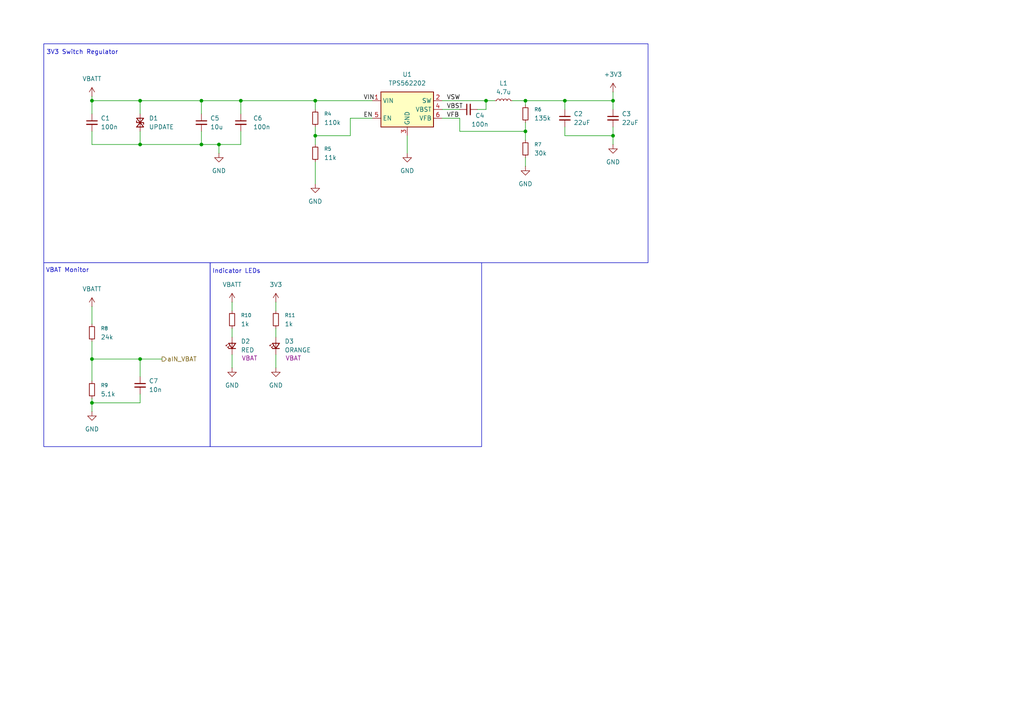
<source format=kicad_sch>
(kicad_sch (version 20250114) (generator "eeschema") (generator_version "9.0")
  (paper "A4")
  (lib_symbols
    (symbol "Device:C_Small" (pin_numbers (hide yes)) (pin_names (offset 0.254) (hide yes))
      (property "Reference" "C" (at 0.254 1.778 0))
      (property "Value" "C_Small" (at 0.254 -2.032 0))
      (symbol "C_Small_0_1"
        (polyline (pts (xy -1.524 0.508) (xy 1.524 0.508)) (stroke (width 0.3048)))
        (polyline (pts (xy -1.524 -0.508) (xy 1.524 -0.508)) (stroke (width 0.3302)))
      )
      (symbol "C_Small_1_1"
        (pin passive line (at 0 2.54 270) (length 2.032) (name "~") (number "1"))
        (pin passive line (at 0 -2.54 90) (length 2.032) (name "~") (number "2"))
      )
    )
    (symbol "Device:D_TVS_Small" (pin_numbers (hide yes)) (pin_names (offset 1.016) (hide yes))
      (property "Reference" "D" (at 0 2.54 0))
      (property "Value" "D_TVS_Small" (at 0 -2.54 0))
      (symbol "D_TVS_Small_0_1"
        (polyline (pts (xy -1.27 1.016) (xy -1.27 -1.016) (xy 1.27 1.016) (xy 1.27 -1.016) (xy -1.27 1.016)) (stroke (width 0.254)))
        (polyline (pts (xy -1.27 0) (xy 1.27 0)))
        (polyline (pts (xy 0.508 1.016) (xy 0 1.016) (xy 0 -1.016) (xy -0.508 -1.016)) (stroke (width 0.254)))
      )
      (symbol "D_TVS_Small_1_1"
        (pin passive line (at -2.54 0 0) (length 1.27) (name "A1") (number "1"))
        (pin passive line (at 2.54 0 180) (length 1.27) (name "A2") (number "2"))
      )
    )
    (symbol "Device:LED_Small" (pin_numbers (hide yes)) (pin_names (offset 0.254) (hide yes))
      (property "Reference" "D" (at -1.27 3.175 0))
      (property "Value" "LED_Small" (at -4.445 -2.54 0))
      (symbol "LED_Small_0_1"
        (polyline (pts (xy -0.762 -1.016) (xy -0.762 1.016)) (stroke (width 0.254)))
        (polyline (pts (xy 0 0.762) (xy -0.508 1.27) (xy -0.254 1.27) (xy -0.508 1.27) (xy -0.508 1.016)))
        (polyline (pts (xy 0.508 1.27) (xy 0 1.778) (xy 0.254 1.778) (xy 0 1.778) (xy 0 1.524)))
        (polyline (pts (xy 0.762 -1.016) (xy -0.762 0) (xy 0.762 1.016) (xy 0.762 -1.016)) (stroke (width 0.254)))
        (polyline (pts (xy 1.016 0) (xy -0.762 0)))
      )
      (symbol "LED_Small_1_1"
        (pin passive line (at -2.54 0 0) (length 1.778) (name "K") (number "1"))
        (pin passive line (at 2.54 0 180) (length 1.778) (name "A") (number "2"))
      )
    )
    (symbol "Device:L_Small" (pin_numbers (hide yes)) (pin_names (offset 0.254) (hide yes))
      (property "Reference" "L" (at 0.762 1.016 0))
      (property "Value" "L_Small" (at 0.762 -1.016 0))
      (symbol "L_Small_0_1"
        (arc (start 0 2.032) (mid 0.5058 1.524) (end 0 1.016))
        (arc (start 0 1.016) (mid 0.5058 0.508) (end 0 0))
        (arc (start 0 0) (mid 0.5058 -0.508) (end 0 -1.016))
        (arc (start 0 -1.016) (mid 0.5058 -1.524) (end 0 -2.032))
      )
      (symbol "L_Small_1_1"
        (pin passive line (at 0 2.54 270) (length 0.508) (name "~") (number "1"))
        (pin passive line (at 0 -2.54 90) (length 0.508) (name "~") (number "2"))
      )
    )
    (symbol "Device:R_Small" (pin_numbers (hide yes)) (pin_names (offset 0.254) (hide yes))
      (property "Reference" "R" (at 0 0 90))
      (property "Value" "R_Small" (at 1.778 0 90))
      (symbol "R_Small_0_1"
        (rectangle (start -0.762 1.778) (end 0.762 -1.778) (stroke (width 0.2032)))
      )
      (symbol "R_Small_1_1"
        (pin passive line (at 0 2.54 270) (length 0.762) (name "~") (number "1"))
        (pin passive line (at 0 -2.54 90) (length 0.762) (name "~") (number "2"))
      )
    )
    (symbol "Regulator_Switching:TPS562202"
      (property "Reference" "U" (at -7.62 6.35 0))
      (property "Value" "TPS562202" (at -2.54 6.35 0))
      (symbol "TPS562202_0_1"
        (rectangle (start -7.62 5.08) (end 7.62 -5.08) (stroke (width 0.254)) (fill (type background)))
      )
      (symbol "TPS562202_1_1"
        (pin power_in line (at -10.16 2.54 0) (length 2.54) (name "VIN") (number "1"))
        (pin input line (at -10.16 -2.54 0) (length 2.54) (name "EN") (number "5"))
        (pin power_in line (at 0 -7.62 90) (length 2.54) (name "GND") (number "3"))
        (pin output line (at 10.16 2.54 180) (length 2.54) (name "SW") (number "2"))
        (pin passive line (at 10.16 0 180) (length 2.54) (name "VBST") (number "4"))
        (pin input line (at 10.16 -2.54 180) (length 2.54) (name "VFB") (number "6"))
      )
    )
    (symbol "power:+3V3" (power) (pin_numbers (hide yes)) (pin_names (offset 0) (hide yes))
      (property "Value" "+3V3" (at 0 3.556 0))
      (symbol "+3V3_0_1"
        (polyline (pts (xy -0.762 1.27) (xy 0 2.54)))
        (polyline (pts (xy 0 2.54) (xy 0.762 1.27)))
        (polyline (pts (xy 0 0) (xy 0 2.54)))
      )
      (symbol "+3V3_1_1"
        (pin power_in line (at 0 0 90) (length 0) (name "~") (number "1"))
      )
    )
    (symbol "power:+BATT" (power) (pin_numbers (hide yes)) (pin_names (offset 0) (hide yes))
      (property "Value" "+BATT" (at 0 3.556 0))
      (symbol "+BATT_0_1"
        (polyline (pts (xy -0.762 1.27) (xy 0 2.54)))
        (polyline (pts (xy 0 2.54) (xy 0.762 1.27)))
        (polyline (pts (xy 0 0) (xy 0 2.54)))
      )
      (symbol "+BATT_1_1"
        (pin power_in line (at 0 0 90) (length 0) (name "~") (number "1"))
      )
    )
    (symbol "power:GND" (power) (pin_numbers (hide yes)) (pin_names (offset 0) (hide yes))
      (property "Value" "GND" (at 0 -3.81 0))
      (symbol "GND_0_1"
        (polyline (pts (xy 0 0) (xy 0 -1.27) (xy 1.27 -1.27) (xy 0 -2.54) (xy -1.27 -1.27) (xy 0 -1.27)))
      )
      (symbol "GND_1_1"
        (pin power_in line (at 0 0 270) (length 0) (name "~") (number "1"))
      )
    )
  )
  (rectangle (start 12.7 12.7) (end 187.96 76.2))
  (rectangle (start 60.96 76.2) (end 139.7 129.54))
  (rectangle (start 12.7 76.2) (end 60.96 129.54))
  (text "Indicator LEDs\n" (at 68.58 78.74 0) (effects (font (size 1.27 1.27))))
  (text "3V3 Switch Regulator\n" (at 23.876 15.24 0) (effects (font (size 1.27 1.27))))
  (text "VBAT Monitor\n" (at 19.558 78.486 0) (effects (font (size 1.27 1.27))))
  (junction (at 40.64 29.21))
  (junction (at 58.42 29.21))
  (junction (at 26.67 116.84))
  (junction (at 140.97 29.21))
  (junction (at 26.67 104.14))
  (junction (at 91.44 29.21))
  (junction (at 177.8 29.21))
  (junction (at 152.4 29.21))
  (junction (at 58.42 41.91))
  (junction (at 26.67 29.21))
  (junction (at 152.4 38.1))
  (junction (at 63.5 41.91))
  (junction (at 91.44 39.37))
  (junction (at 69.85 29.21))
  (junction (at 163.83 29.21))
  (junction (at 40.64 41.91))
  (junction (at 40.64 104.14))
  (junction (at 177.8 39.37))
  (wire (pts (xy 101.6 34.29) (xy 107.95 34.29)))
  (wire (pts (xy 40.64 38.1) (xy 40.64 41.91)))
  (wire (pts (xy 40.64 116.84) (xy 26.67 116.84)))
  (wire (pts (xy 91.44 46.99) (xy 91.44 53.34)))
  (wire (pts (xy 91.44 39.37) (xy 101.6 39.37)))
  (wire (pts (xy 40.64 104.14) (xy 26.67 104.14)))
  (wire (pts (xy 101.6 34.29) (xy 101.6 39.37)))
  (wire (pts (xy 152.4 45.72) (xy 152.4 48.26)))
  (wire (pts (xy 163.83 36.83) (xy 163.83 39.37)))
  (wire (pts (xy 40.64 41.91) (xy 26.67 41.91)))
  (wire (pts (xy 128.27 34.29) (xy 133.35 34.29)))
  (wire (pts (xy 152.4 29.21) (xy 163.83 29.21)))
  (wire (pts (xy 177.8 36.83) (xy 177.8 39.37)))
  (wire (pts (xy 140.97 29.21) (xy 143.51 29.21)))
  (wire (pts (xy 128.27 29.21) (xy 140.97 29.21)))
  (wire (pts (xy 177.8 39.37) (xy 177.8 41.91)))
  (wire (pts (xy 67.31 87.63) (xy 67.31 90.17)))
  (wire (pts (xy 26.67 115.57) (xy 26.67 116.84)))
  (wire (pts (xy 63.5 41.91) (xy 58.42 41.91)))
  (wire (pts (xy 69.85 29.21) (xy 91.44 29.21)))
  (wire (pts (xy 91.44 39.37) (xy 91.44 41.91)))
  (wire (pts (xy 177.8 26.67) (xy 177.8 29.21)))
  (wire (pts (xy 40.64 114.3) (xy 40.64 116.84)))
  (wire (pts (xy 26.67 27.94) (xy 26.67 29.21)))
  (wire (pts (xy 80.01 87.63) (xy 80.01 90.17)))
  (wire (pts (xy 152.4 38.1) (xy 152.4 40.64)))
  (wire (pts (xy 69.85 38.1) (xy 69.85 41.91)))
  (wire (pts (xy 58.42 41.91) (xy 40.64 41.91)))
  (wire (pts (xy 118.11 39.37) (xy 118.11 44.45)))
  (wire (pts (xy 133.35 38.1) (xy 152.4 38.1)))
  (wire (pts (xy 63.5 41.91) (xy 63.5 44.45)))
  (wire (pts (xy 26.67 88.9) (xy 26.67 93.98)))
  (wire (pts (xy 138.43 31.75) (xy 140.97 31.75)))
  (wire (pts (xy 26.67 116.84) (xy 26.67 119.38)))
  (wire (pts (xy 91.44 29.21) (xy 91.44 31.75)))
  (wire (pts (xy 177.8 31.75) (xy 177.8 29.21)))
  (wire (pts (xy 58.42 29.21) (xy 58.42 33.02)))
  (wire (pts (xy 152.4 35.56) (xy 152.4 38.1)))
  (wire (pts (xy 69.85 29.21) (xy 69.85 33.02)))
  (wire (pts (xy 152.4 29.21) (xy 152.4 30.48)))
  (wire (pts (xy 40.64 33.02) (xy 40.64 29.21)))
  (wire (pts (xy 163.83 39.37) (xy 177.8 39.37)))
  (wire (pts (xy 40.64 104.14) (xy 46.99 104.14)))
  (wire (pts (xy 177.8 29.21) (xy 163.83 29.21)))
  (wire (pts (xy 80.01 95.25) (xy 80.01 97.79)))
  (wire (pts (xy 26.67 29.21) (xy 26.67 33.02)))
  (wire (pts (xy 58.42 29.21) (xy 69.85 29.21)))
  (wire (pts (xy 26.67 99.06) (xy 26.67 104.14)))
  (wire (pts (xy 67.31 102.87) (xy 67.31 106.68)))
  (wire (pts (xy 163.83 29.21) (xy 163.83 31.75)))
  (wire (pts (xy 69.85 41.91) (xy 63.5 41.91)))
  (wire (pts (xy 128.27 31.75) (xy 133.35 31.75)))
  (wire (pts (xy 140.97 31.75) (xy 140.97 29.21)))
  (wire (pts (xy 133.35 34.29) (xy 133.35 38.1)))
  (wire (pts (xy 91.44 36.83) (xy 91.44 39.37)))
  (wire (pts (xy 80.01 102.87) (xy 80.01 106.68)))
  (wire (pts (xy 58.42 38.1) (xy 58.42 41.91)))
  (wire (pts (xy 40.64 109.22) (xy 40.64 104.14)))
  (wire (pts (xy 67.31 95.25) (xy 67.31 97.79)))
  (wire (pts (xy 91.44 29.21) (xy 107.95 29.21)))
  (wire (pts (xy 26.67 104.14) (xy 26.67 110.49)))
  (wire (pts (xy 152.4 29.21) (xy 148.59 29.21)))
  (wire (pts (xy 26.67 41.91) (xy 26.67 38.1)))
  (wire (pts (xy 40.64 29.21) (xy 26.67 29.21)))
  (wire (pts (xy 40.64 29.21) (xy 58.42 29.21)))
  (label "EN" (at 105.41 34.29 0))
  (label "VIN" (at 105.41 29.21 0))
  (label "VSW" (at 129.54 29.21 0))
  (label "VFB" (at 129.54 34.29 0))
  (label "VBST" (at 129.54 31.75 0))
  (hierarchical_label "aIN_VBAT" (shape output) (at 46.99 104.14 0))
  (symbol (lib_id "Device:R_Small") (at 152.4 43.18 0) (unit 1)
    (property "Reference" "R7" (at 154.94 41.9099 0) (effects (font (size 1.016 1.016)) (justify left)))
    (property "Value" "30k" (at 154.94 44.4499 0) (effects (justify left)))
    (property "Footprint" "Resistor_SMD:R_0603_1608Metric_Pad0.98x0.95mm_HandSolder" (effects (hide yes)))
    (property "Description" "Resistor, small symbol" (effects (hide yes)))
  )
  (symbol (lib_id "Device:C_Small") (at 177.8 34.29 0) (unit 1)
    (property "Reference" "C3" (at 180.34 33.0262 0) (effects (justify left)))
    (property "Value" "22uF" (at 180.34 35.5662 0) (effects (justify left)))
    (property "Footprint" "Capacitor_SMD:C_0603_1608Metric_Pad1.08x0.95mm_HandSolder" (effects (hide yes)))
    (property "Description" "Unpolarized capacitor, small symbol" (effects (hide yes)))
  )
  (symbol (lib_id "Device:C_Small") (at 58.42 35.56 0) (unit 1)
    (property "Reference" "C5" (at 60.96 34.2962 0) (effects (justify left)))
    (property "Value" "10u" (at 60.96 36.8362 0) (effects (justify left)))
    (property "Footprint" "Capacitor_SMD:C_0603_1608Metric_Pad1.08x0.95mm_HandSolder" (effects (hide yes)))
    (property "Description" "Unpolarized capacitor, small symbol" (effects (hide yes)))
  )
  (symbol (lib_id "power:GND") (at 67.31 106.68 0) (unit 1)
    (property "Reference" "#PWR015" (effects (hide yes)))
    (property "Value" "GND" (at 67.31 111.76 0))
    (property "Description" "Power symbol creates a global label with name \"GND\" , ground" (effects (hide yes)))
  )
  (symbol (lib_id "power:+BATT") (at 67.31 87.63 0) (unit 1)
    (property "Reference" "#PWR014" (effects (hide yes)))
    (property "Value" "VBATT" (at 67.31 82.55 0))
    (property "Description" "Power symbol creates a global label with name \"+BATT\"" (effects (hide yes)))
  )
  (symbol (lib_id "Device:C_Small") (at 69.85 35.56 0) (unit 1)
    (property "Reference" "C6" (at 73.4147 34.2962 0) (effects (justify left)))
    (property "Value" "100n" (at 73.4147 36.8362 0) (effects (justify left)))
    (property "Footprint" "Capacitor_SMD:C_0603_1608Metric_Pad1.08x0.95mm_HandSolder" (effects (hide yes)))
    (property "Description" "Unpolarized capacitor, small symbol" (effects (hide yes)))
  )
  (symbol (lib_id "Device:R_Small") (at 91.44 34.29 0) (unit 1)
    (property "Reference" "R4" (at 93.98 33.0199 0) (effects (font (size 1.016 1.016)) (justify left)))
    (property "Value" "110k" (at 93.98 35.5599 0) (effects (justify left)))
    (property "Footprint" "Resistor_SMD:R_0603_1608Metric_Pad0.98x0.95mm_HandSolder" (effects (hide yes)))
    (property "Description" "Resistor, small symbol" (effects (hide yes)))
  )
  (symbol (lib_id "Device:C_Small") (at 26.67 35.56 0) (unit 1)
    (property "Reference" "C1" (at 29.21 34.2962 0) (effects (justify left)))
    (property "Value" "100n" (at 29.21 36.8362 0) (effects (justify left)))
    (property "Footprint" "Capacitor_SMD:C_0603_1608Metric_Pad1.08x0.95mm_HandSolder" (effects (hide yes)))
    (property "Description" "Unpolarized capacitor, small symbol" (effects (hide yes)))
  )
  (symbol (lib_id "Device:C_Small") (at 40.64 111.76 0) (unit 1)
    (property "Reference" "C7" (at 43.18 110.4962 0) (effects (justify left)))
    (property "Value" "10n" (at 43.18 113.0362 0) (effects (justify left)))
    (property "Footprint" "Capacitor_SMD:C_0603_1608Metric_Pad1.08x0.95mm_HandSolder" (effects (hide yes)))
    (property "Description" "Unpolarized capacitor, small symbol" (effects (hide yes)))
  )
  (symbol (lib_id "Device:R_Small") (at 26.67 96.52 0) (unit 1)
    (property "Reference" "R8" (at 29.21 95.2499 0) (effects (font (size 1.016 1.016)) (justify left)))
    (property "Value" "24k" (at 29.21 97.7899 0) (effects (justify left)))
    (property "Footprint" "Resistor_SMD:R_0603_1608Metric_Pad0.98x0.95mm_HandSolder" (effects (hide yes)))
    (property "Description" "Resistor, small symbol" (effects (hide yes)))
  )
  (symbol (lib_id "Device:R_Small") (at 67.31 92.71 0) (unit 1)
    (property "Reference" "R10" (at 69.85 91.4399 0) (effects (font (size 1.016 1.016)) (justify left)))
    (property "Value" "1k" (at 69.85 93.9799 0) (effects (justify left)))
    (property "Footprint" "Resistor_SMD:R_0603_1608Metric_Pad0.98x0.95mm_HandSolder" (effects (hide yes)))
    (property "Description" "Resistor, small symbol" (effects (hide yes)))
  )
  (symbol (lib_id "power:GND") (at 63.5 44.45 0) (unit 1)
    (property "Reference" "#PWR010" (effects (hide yes)))
    (property "Value" "GND" (at 63.5 49.53 0))
    (property "Description" "Power symbol creates a global label with name \"GND\" , ground" (effects (hide yes)))
  )
  (symbol (lib_id "Device:R_Small") (at 91.44 44.45 0) (unit 1)
    (property "Reference" "R5" (at 93.98 43.1799 0) (effects (font (size 1.016 1.016)) (justify left)))
    (property "Value" "11k" (at 93.98 45.7199 0) (effects (justify left)))
    (property "Footprint" "Resistor_SMD:R_0603_1608Metric_Pad0.98x0.95mm_HandSolder" (effects (hide yes)))
    (property "Description" "Resistor, small symbol" (effects (hide yes)))
  )
  (symbol (lib_id "Device:C_Small") (at 135.89 31.75 90) (unit 1)
    (property "Reference" "C4" (at 139.192 33.528 90))
    (property "Value" "100n" (at 139.192 36.068 90))
    (property "Footprint" "Capacitor_SMD:C_0603_1608Metric_Pad1.08x0.95mm_HandSolder" (effects (hide yes)))
    (property "Description" "Unpolarized capacitor, small symbol" (effects (hide yes)))
  )
  (symbol (lib_id "power:GND") (at 118.11 44.45 0) (unit 1)
    (property "Reference" "#PWR018" (effects (hide yes)))
    (property "Value" "GND" (at 118.11 49.53 0))
    (property "Description" "Power symbol creates a global label with name \"GND\" , ground" (effects (hide yes)))
  )
  (symbol (lib_id "power:+BATT") (at 80.01 87.63 0) (unit 1)
    (property "Reference" "#PWR016" (effects (hide yes)))
    (property "Value" "3V3" (at 80.01 82.55 0))
    (property "Description" "Power symbol creates a global label with name \"+BATT\"" (effects (hide yes)))
  )
  (symbol (lib_id "Device:R_Small") (at 80.01 92.71 0) (unit 1)
    (property "Reference" "R11" (at 82.55 91.4399 0) (effects (font (size 1.016 1.016)) (justify left)))
    (property "Value" "1k" (at 82.55 93.9799 0) (effects (justify left)))
    (property "Footprint" "Resistor_SMD:R_0603_1608Metric_Pad0.98x0.95mm_HandSolder" (effects (hide yes)))
    (property "Description" "Resistor, small symbol" (effects (hide yes)))
  )
  (symbol (lib_id "Device:LED_Small") (at 67.31 100.33 90) (unit 1)
    (property "Reference" "D2" (at 69.85 98.9964 90) (effects (justify right)))
    (property "Value" "RED" (at 69.85 101.5364 90) (effects (justify right)))
    (property "Description" "Light emitting diode, small symbol" (effects (hide yes)))
    (property "Sim.Pin" "1=K 2=A" (effects (hide yes)))
    (property "Info" "VBAT" (at 72.39 103.886 90))
  )
  (symbol (lib_id "Device:D_TVS_Small") (at 40.64 35.56 90) (unit 1)
    (property "Reference" "D1" (at 43.18 34.2899 90) (effects (justify right)))
    (property "Value" "UPDATE" (at 43.18 36.8299 90) (effects (justify right)))
    (property "Description" "Bidirectional transient-voltage-suppression diode, small symbol" (effects (hide yes)))
  )
  (symbol (lib_id "power:GND") (at 177.8 41.91 0) (unit 1)
    (property "Reference" "#PWR09" (effects (hide yes)))
    (property "Value" "GND" (at 177.8 46.99 0))
    (property "Description" "Power symbol creates a global label with name \"GND\" , ground" (effects (hide yes)))
  )
  (symbol (lib_id "Device:C_Small") (at 163.83 34.29 0) (unit 1)
    (property "Reference" "C2" (at 166.37 33.0262 0) (effects (justify left)))
    (property "Value" "22uF" (at 166.37 35.5662 0) (effects (justify left)))
    (property "Footprint" "Capacitor_SMD:C_0603_1608Metric_Pad1.08x0.95mm_HandSolder" (effects (hide yes)))
    (property "Description" "Unpolarized capacitor, small symbol" (effects (hide yes)))
  )
  (symbol (lib_id "Regulator_Switching:TPS562202") (at 118.11 31.75 0) (unit 1)
    (property "Reference" "U1" (at 118.11 21.59 0))
    (property "Value" "TPS562202" (at 118.11 24.13 0))
    (property "Footprint" "Package_TO_SOT_SMD:SOT-563" (effects (hide yes)))
    (property "Datasheet" "https://www.ti.com/lit/gpn/tps562202" (effects (hide yes)))
    (property "Description" "2A Synchronous Step-Down Voltage Regulator 580kHz, adjustable output voltage, 4.5-17V Input Voltage, 0.804V-7V Output Voltage, SOT-563" (effects (hide yes)))
  )
  (symbol (lib_id "power:GND") (at 152.4 48.26 0) (unit 1)
    (property "Reference" "#PWR08" (effects (hide yes)))
    (property "Value" "GND" (at 152.4 53.34 0))
    (property "Description" "Power symbol creates a global label with name \"GND\" , ground" (effects (hide yes)))
  )
  (symbol (lib_id "Device:R_Small") (at 152.4 33.02 0) (unit 1)
    (property "Reference" "R6" (at 154.94 31.7499 0) (effects (font (size 1.016 1.016)) (justify left)))
    (property "Value" "135k" (at 154.94 34.2899 0) (effects (justify left)))
    (property "Footprint" "Resistor_SMD:R_0603_1608Metric_Pad0.98x0.95mm_HandSolder" (effects (hide yes)))
    (property "Description" "Resistor, small symbol" (effects (hide yes)))
  )
  (symbol (lib_id "power:+BATT") (at 26.67 88.9 0) (unit 1)
    (property "Reference" "#PWR012" (effects (hide yes)))
    (property "Value" "VBATT" (at 26.67 83.82 0))
    (property "Description" "Power symbol creates a global label with name \"+BATT\"" (effects (hide yes)))
  )
  (symbol (lib_id "Device:LED_Small") (at 80.01 100.33 90) (unit 1)
    (property "Reference" "D3" (at 82.55 98.9964 90) (effects (justify right)))
    (property "Value" "ORANGE" (at 82.55 101.5364 90) (effects (justify right)))
    (property "Description" "Light emitting diode, small symbol" (effects (hide yes)))
    (property "Sim.Pin" "1=K 2=A" (effects (hide yes)))
    (property "Info" "VBAT" (at 85.09 103.886 90))
  )
  (symbol (lib_id "power:+3V3") (at 177.8 26.67 0) (unit 1)
    (property "Reference" "#PWR011" (effects (hide yes)))
    (property "Value" "+3V3" (at 177.8 21.59 0))
    (property "Description" "Power symbol creates a global label with name \"+3V3\"" (effects (hide yes)))
  )
  (symbol (lib_id "Device:R_Small") (at 26.67 113.03 0) (unit 1)
    (property "Reference" "R9" (at 29.21 111.7599 0) (effects (font (size 1.016 1.016)) (justify left)))
    (property "Value" "5.1k" (at 29.21 114.2999 0) (effects (justify left)))
    (property "Footprint" "Resistor_SMD:R_0603_1608Metric_Pad0.98x0.95mm_HandSolder" (effects (hide yes)))
    (property "Description" "Resistor, small symbol" (effects (hide yes)))
  )
  (symbol (lib_id "power:GND") (at 26.67 119.38 0) (unit 1)
    (property "Reference" "#PWR013" (effects (hide yes)))
    (property "Value" "GND" (at 26.67 124.46 0))
    (property "Description" "Power symbol creates a global label with name \"GND\" , ground" (effects (hide yes)))
  )
  (symbol (lib_id "power:GND") (at 80.01 106.68 0) (unit 1)
    (property "Reference" "#PWR017" (effects (hide yes)))
    (property "Value" "GND" (at 80.01 111.76 0))
    (property "Description" "Power symbol creates a global label with name \"GND\" , ground" (effects (hide yes)))
  )
  (symbol (lib_id "power:GND") (at 91.44 53.34 0) (unit 1)
    (property "Reference" "#PWR07" (effects (hide yes)))
    (property "Value" "GND" (at 91.44 58.42 0))
    (property "Description" "Power symbol creates a global label with name \"GND\" , ground" (effects (hide yes)))
  )
  (symbol (lib_id "power:+BATT") (at 26.67 27.94 0) (unit 1)
    (property "Reference" "#PWR06" (effects (hide yes)))
    (property "Value" "VBATT" (at 26.67 22.86 0))
    (property "Description" "Power symbol creates a global label with name \"+BATT\"" (effects (hide yes)))
  )
  (symbol (lib_id "Device:L_Small") (at 146.05 29.21 90) (unit 1)
    (property "Reference" "L1" (at 146.05 24.13 90))
    (property "Value" "4.7u" (at 146.05 26.67 90))
    (property "Description" "Inductor, small symbol" (effects (hide yes)))
  )
)
</source>
